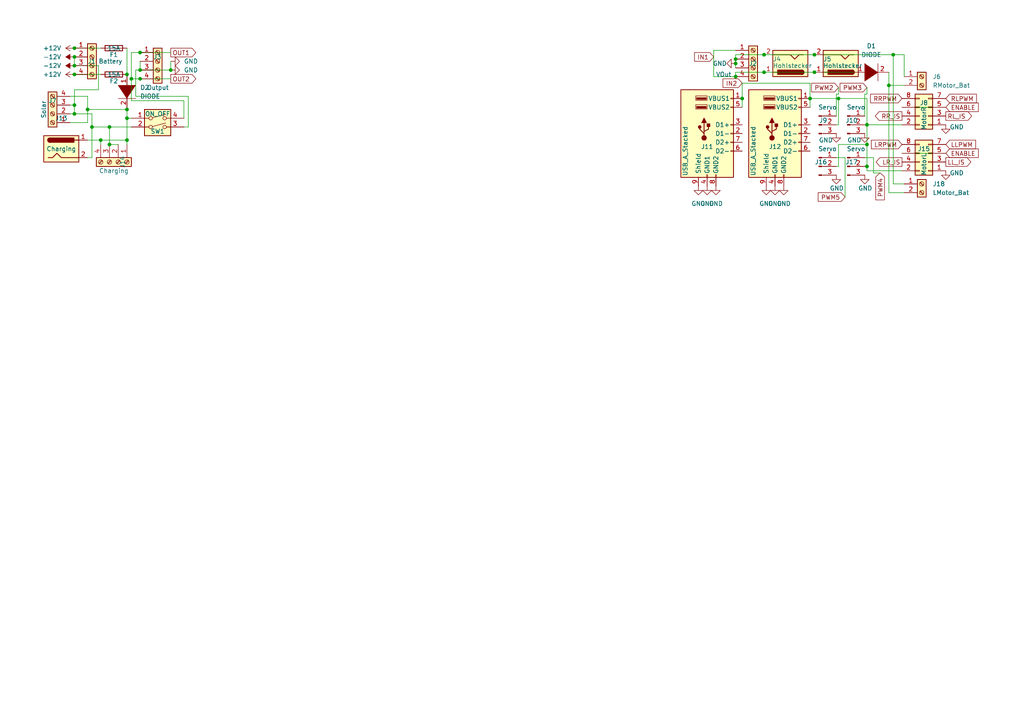
<source format=kicad_sch>
(kicad_sch (version 20211123) (generator eeschema)
  (paper "A4")
  (lib_symbols
    (symbol "Connector:Barrel_Jack" (pin_names (offset 1.016))
      (property "Reference" "J" (at 0 5.334 0))
      (property "Value" "Barrel_Jack" (at 0 -5.08 0))
      (symbol "Barrel_Jack_0_1"
        (rectangle (start -5.08 3.81) (end 5.08 -3.81) (stroke (width 0.254)) (fill (type background)))
        (arc (start -3.302 3.175) (mid -3.937 2.54) (end -3.302 1.905) (stroke (width 0.254)))
        (arc (start -3.302 3.175) (mid -3.937 2.54) (end -3.302 1.905) (stroke (width 0.254)) (fill (type outline)))
        (polyline (pts (xy 5.08 2.54) (xy 3.81 2.54)) (stroke (width 0.254)))
        (polyline (pts (xy -3.81 -2.54) (xy -2.54 -2.54) (xy -1.27 -1.27) (xy 0 -2.54) (xy 2.54 -2.54) (xy 5.08 -2.54)) (stroke (width 0.254)))
        (rectangle (start 3.683 3.175) (end -3.302 1.905) (stroke (width 0.254)) (fill (type outline)))
      )
      (symbol "Barrel_Jack_1_1"
        (pin passive line (at 7.62 2.54 180) (length 2.54) (name "~") (number "1"))
        (pin passive line (at 7.62 -2.54 180) (length 2.54) (name "~") (number "2"))
      )
    )
    (symbol "Connector:Conn_01x03_Male" (pin_names (offset 1.016) hide)
      (property "Reference" "J" (at 0 5.08 0))
      (property "Value" "Conn_01x03_Male" (at 0 -5.08 0))
      (symbol "Conn_01x03_Male_1_1"
        (polyline (pts (xy 1.27 -2.54) (xy 0.8636 -2.54)) (stroke (width 0.1524)))
        (polyline (pts (xy 1.27 0) (xy 0.8636 0)) (stroke (width 0.1524)))
        (polyline (pts (xy 1.27 2.54) (xy 0.8636 2.54)) (stroke (width 0.1524)))
        (rectangle (start 0.8636 -2.413) (end 0 -2.667) (stroke (width 0.1524)) (fill (type outline)))
        (rectangle (start 0.8636 0.127) (end 0 -0.127) (stroke (width 0.1524)) (fill (type outline)))
        (rectangle (start 0.8636 2.667) (end 0 2.413) (stroke (width 0.1524)) (fill (type outline)))
        (pin passive line (at 5.08 2.54 180) (length 3.81) (name "Pin_1") (number "1"))
        (pin passive line (at 5.08 0 180) (length 3.81) (name "Pin_2") (number "2"))
        (pin passive line (at 5.08 -2.54 180) (length 3.81) (name "Pin_3") (number "3"))
      )
    )
    (symbol "Connector:Screw_Terminal_01x02" (pin_names (offset 1.016) hide)
      (property "Reference" "J" (at 0 2.54 0))
      (property "Value" "Screw_Terminal_01x02" (at 0 -5.08 0))
      (symbol "Screw_Terminal_01x02_1_1"
        (rectangle (start -1.27 1.27) (end 1.27 -3.81) (stroke (width 0.254)) (fill (type background)))
        (circle (center 0 -2.54) (radius 0.635) (stroke (width 0.1524)))
        (polyline (pts (xy -0.5334 -2.2098) (xy 0.3302 -3.048)) (stroke (width 0.1524)))
        (polyline (pts (xy -0.5334 0.3302) (xy 0.3302 -0.508)) (stroke (width 0.1524)))
        (polyline (pts (xy -0.3556 -2.032) (xy 0.508 -2.8702)) (stroke (width 0.1524)))
        (polyline (pts (xy -0.3556 0.508) (xy 0.508 -0.3302)) (stroke (width 0.1524)))
        (circle (center 0 0) (radius 0.635) (stroke (width 0.1524)))
        (pin passive line (at -5.08 0 0) (length 3.81) (name "Pin_1") (number "1"))
        (pin passive line (at -5.08 -2.54 0) (length 3.81) (name "Pin_2") (number "2"))
      )
    )
    (symbol "Connector:Screw_Terminal_01x04" (pin_names (offset 1.016) hide)
      (property "Reference" "J" (at 0 5.08 0))
      (property "Value" "Screw_Terminal_01x04" (at 0 -7.62 0))
      (symbol "Screw_Terminal_01x04_1_1"
        (rectangle (start -1.27 3.81) (end 1.27 -6.35) (stroke (width 0.254)) (fill (type background)))
        (circle (center 0 -5.08) (radius 0.635) (stroke (width 0.1524)))
        (circle (center 0 -2.54) (radius 0.635) (stroke (width 0.1524)))
        (polyline (pts (xy -0.5334 -4.7498) (xy 0.3302 -5.588)) (stroke (width 0.1524)))
        (polyline (pts (xy -0.5334 -2.2098) (xy 0.3302 -3.048)) (stroke (width 0.1524)))
        (polyline (pts (xy -0.5334 0.3302) (xy 0.3302 -0.508)) (stroke (width 0.1524)))
        (polyline (pts (xy -0.5334 2.8702) (xy 0.3302 2.032)) (stroke (width 0.1524)))
        (polyline (pts (xy -0.3556 -4.572) (xy 0.508 -5.4102)) (stroke (width 0.1524)))
        (polyline (pts (xy -0.3556 -2.032) (xy 0.508 -2.8702)) (stroke (width 0.1524)))
        (polyline (pts (xy -0.3556 0.508) (xy 0.508 -0.3302)) (stroke (width 0.1524)))
        (polyline (pts (xy -0.3556 3.048) (xy 0.508 2.2098)) (stroke (width 0.1524)))
        (circle (center 0 0) (radius 0.635) (stroke (width 0.1524)))
        (circle (center 0 2.54) (radius 0.635) (stroke (width 0.1524)))
        (pin passive line (at -5.08 2.54 0) (length 3.81) (name "Pin_1") (number "1"))
        (pin passive line (at -5.08 0 0) (length 3.81) (name "Pin_2") (number "2"))
        (pin passive line (at -5.08 -2.54 0) (length 3.81) (name "Pin_3") (number "3"))
        (pin passive line (at -5.08 -5.08 0) (length 3.81) (name "Pin_4") (number "4"))
      )
    )
    (symbol "Connector:USB_A_Stacked" (pin_names (offset 1.016))
      (property "Reference" "J" (at 0 15.875 0))
      (property "Value" "USB_A_Stacked" (at 0 13.97 0))
      (symbol "USB_A_Stacked_0_1"
        (rectangle (start -7.62 12.7) (end 7.62 -12.7) (stroke (width 0.254)) (fill (type background)))
        (circle (center -2.159 1.905) (radius 0.381) (stroke (width 0.254)) (fill (type outline)))
        (circle (center -0.889 -1.27) (radius 0.635) (stroke (width 0.254)) (fill (type outline)))
        (rectangle (start -0.254 7.366) (end -3.048 7.874) (fill (type outline)))
        (rectangle (start -0.254 9.906) (end -3.048 10.414) (fill (type outline)))
        (rectangle (start -0.127 -12.7) (end 0.127 -11.938))
        (polyline (pts (xy -1.524 3.175) (xy -0.254 3.175) (xy -0.889 4.445) (xy -1.524 3.175)) (stroke (width 0.254)) (fill (type outline)))
        (polyline (pts (xy -0.889 -0.635) (xy -0.889 0) (xy -2.159 1.27) (xy -2.159 1.905)) (stroke (width 0.254)))
        (polyline (pts (xy -0.889 0) (xy -0.889 0.635) (xy 0.381 1.27) (xy 0.381 2.54)) (stroke (width 0.254)))
        (rectangle (start 0 2.794) (end 0.762 2.032) (stroke (width 0.254)) (fill (type outline)))
        (rectangle (start 0 7.112) (end -3.302 8.382))
        (rectangle (start 0 9.652) (end -3.302 10.922))
        (rectangle (start 2.413 -12.7) (end 2.667 -11.938))
        (rectangle (start 7.62 -5.207) (end 6.858 -4.953))
        (rectangle (start 7.62 -2.667) (end 6.858 -2.413))
        (rectangle (start 7.62 -0.127) (end 6.858 0.127))
        (rectangle (start 7.62 2.413) (end 6.858 2.667))
        (rectangle (start 7.62 7.493) (end 6.858 7.747))
        (rectangle (start 7.62 10.033) (end 6.858 10.287))
      )
      (symbol "USB_A_Stacked_1_1"
        (polyline (pts (xy -0.889 0.635) (xy -0.889 3.175)) (stroke (width 0.254)))
        (pin power_in line (at 10.16 10.16 180) (length 2.54) (name "VBUS1") (number "1"))
        (pin bidirectional line (at 10.16 0 180) (length 2.54) (name "D1-") (number "2"))
        (pin bidirectional line (at 10.16 2.54 180) (length 2.54) (name "D1+") (number "3"))
        (pin power_in line (at 0 -15.24 90) (length 2.54) (name "GND1") (number "4"))
        (pin power_in line (at 10.16 7.62 180) (length 2.54) (name "VBUS2") (number "5"))
        (pin bidirectional line (at 10.16 -5.08 180) (length 2.54) (name "D2-") (number "6"))
        (pin bidirectional line (at 10.16 -2.54 180) (length 2.54) (name "D2+") (number "7"))
        (pin power_in line (at 2.54 -15.24 90) (length 2.54) (name "GND2") (number "8"))
        (pin passive line (at -2.54 -15.24 90) (length 2.54) (name "Shield") (number "9"))
      )
    )
    (symbol "Connector_Generic:Conn_02x04_Odd_Even" (pin_names (offset 1.016) hide)
      (property "Reference" "J" (at 1.27 5.08 0))
      (property "Value" "Conn_02x04_Odd_Even" (at 1.27 -7.62 0))
      (symbol "Conn_02x04_Odd_Even_1_1"
        (rectangle (start -1.27 -4.953) (end 0 -5.207) (stroke (width 0.1524)))
        (rectangle (start -1.27 -2.413) (end 0 -2.667) (stroke (width 0.1524)))
        (rectangle (start -1.27 0.127) (end 0 -0.127) (stroke (width 0.1524)))
        (rectangle (start -1.27 2.667) (end 0 2.413) (stroke (width 0.1524)))
        (rectangle (start -1.27 3.81) (end 3.81 -6.35) (stroke (width 0.254)) (fill (type background)))
        (rectangle (start 3.81 -4.953) (end 2.54 -5.207) (stroke (width 0.1524)))
        (rectangle (start 3.81 -2.413) (end 2.54 -2.667) (stroke (width 0.1524)))
        (rectangle (start 3.81 0.127) (end 2.54 -0.127) (stroke (width 0.1524)))
        (rectangle (start 3.81 2.667) (end 2.54 2.413) (stroke (width 0.1524)))
        (pin passive line (at -5.08 2.54 0) (length 3.81) (name "Pin_1") (number "1"))
        (pin passive line (at 7.62 2.54 180) (length 3.81) (name "Pin_2") (number "2"))
        (pin passive line (at -5.08 0 0) (length 3.81) (name "Pin_3") (number "3"))
        (pin passive line (at 7.62 0 180) (length 3.81) (name "Pin_4") (number "4"))
        (pin passive line (at -5.08 -2.54 0) (length 3.81) (name "Pin_5") (number "5"))
        (pin passive line (at 7.62 -2.54 180) (length 3.81) (name "Pin_6") (number "6"))
        (pin passive line (at -5.08 -5.08 0) (length 3.81) (name "Pin_7") (number "7"))
        (pin passive line (at 7.62 -5.08 180) (length 3.81) (name "Pin_8") (number "8"))
      )
    )
    (symbol "Device:Fuse" (pin_numbers hide) (pin_names (offset 0))
      (property "Reference" "F" (at 2.032 0 90))
      (property "Value" "Fuse" (at -1.905 0 90))
      (symbol "Fuse_0_1"
        (rectangle (start -0.762 -2.54) (end 0.762 2.54) (stroke (width 0.254)))
        (polyline (pts (xy 0 2.54) (xy 0 -2.54)))
      )
      (symbol "Fuse_1_1"
        (pin passive line (at 0 3.81 270) (length 1.27) (name "~") (number "1"))
        (pin passive line (at 0 -3.81 90) (length 1.27) (name "~") (number "2"))
      )
    )
    (symbol "Switch:SW_DIP_x02" (pin_names (offset 0) hide)
      (property "Reference" "SW" (at 0 6.35 0))
      (property "Value" "SW_DIP_x02" (at 0 -3.81 0))
      (symbol "SW_DIP_x02_0_0"
        (circle (center -2.032 0) (radius 0.508))
        (circle (center -2.032 2.54) (radius 0.508))
        (polyline (pts (xy -1.524 0.127) (xy 2.3622 1.1684)))
        (polyline (pts (xy -1.524 2.667) (xy 2.3622 3.7084)))
        (circle (center 2.032 0) (radius 0.508))
        (circle (center 2.032 2.54) (radius 0.508))
      )
      (symbol "SW_DIP_x02_0_1"
        (rectangle (start -3.81 5.08) (end 3.81 -2.54) (stroke (width 0.254)) (fill (type background)))
      )
      (symbol "SW_DIP_x02_1_1"
        (pin passive line (at -7.62 2.54 0) (length 5.08) (name "~") (number "1"))
        (pin passive line (at -7.62 0 0) (length 5.08) (name "~") (number "2"))
        (pin passive line (at 7.62 0 180) (length 5.08) (name "~") (number "3"))
        (pin passive line (at 7.62 2.54 180) (length 5.08) (name "~") (number "4"))
      )
    )
    (symbol "power:+12V" (power) (pin_names (offset 0))
      (property "Value" "+12V" (at 0 3.556 0))
      (symbol "+12V_0_1"
        (polyline (pts (xy -0.762 1.27) (xy 0 2.54)))
        (polyline (pts (xy 0 0) (xy 0 2.54)))
        (polyline (pts (xy 0 2.54) (xy 0.762 1.27)))
      )
      (symbol "+12V_1_1"
        (pin power_in line (at 0 0 90) (length 0) hide (name "+12V") (number "1"))
      )
    )
    (symbol "power:-12V" (power) (pin_names (offset 0))
      (property "Value" "-12V" (at 0 3.81 0))
      (symbol "-12V_0_0"
        (pin power_in line (at 0 0 90) (length 0) hide (name "-12V") (number "1"))
      )
      (symbol "-12V_0_1"
        (polyline (pts (xy 0 0) (xy 0 1.27) (xy 0.762 1.27) (xy 0 2.54) (xy -0.762 1.27) (xy 0 1.27)) (fill (type outline)))
      )
    )
    (symbol "power:GND" (power) (pin_names (offset 0))
      (property "Value" "GND" (at 0 -3.81 0))
      (symbol "GND_0_1"
        (polyline (pts (xy 0 0) (xy 0 -1.27) (xy 1.27 -1.27) (xy 0 -2.54) (xy -1.27 -1.27) (xy 0 -1.27)))
      )
      (symbol "GND_1_1"
        (pin power_in line (at 0 0 270) (length 0) hide (name "GND") (number "1"))
      )
    )
    (symbol "pspice:DIODE" (pin_names (offset 1.016) hide)
      (property "Reference" "D" (at 0 3.81 0))
      (property "Value" "DIODE" (at 0 -4.445 0))
      (symbol "DIODE_0_1"
        (polyline (pts (xy 1.905 2.54) (xy 1.905 -2.54)))
        (polyline (pts (xy -1.905 2.54) (xy -1.905 -2.54) (xy 1.905 0)) (fill (type outline)))
      )
      (symbol "DIODE_1_1"
        (pin input line (at -5.08 0 0) (length 3.81) (name "K") (number "1"))
        (pin input line (at 5.08 0 180) (length 3.81) (name "A") (number "2"))
      )
    )
  )
  (junction (at 40.64 20.32))
  (junction (at 213.36 22.225))
  (junction (at 236.22 20.955))
  (junction (at 221.615 15.875))
  (junction (at 36.83 34.29))
  (junction (at 236.22 15.875))
  (junction (at 21.59 19.05))
  (junction (at 221.615 20.955))
  (junction (at 257.81 24.765))
  (junction (at 31.75 41.91))
  (junction (at 213.36 17.145))
  (junction (at 251.46 36.195))
  (junction (at 25.4 31.75))
  (junction (at 38.1 22.86))
  (junction (at 213.36 18.415))
  (junction (at 40.64 15.24))
  (junction (at 251.46 48.26))
  (junction (at 21.59 33.02))
  (junction (at 243.205 28.575))
  (junction (at 49.53 20.32))
  (junction (at 40.64 22.86))
  (junction (at 31.75 36.83))
  (junction (at 36.83 40.64))
  (junction (at 215.265 28.575))
  (junction (at 36.83 21.59))
  (junction (at 21.59 21.59))
  (junction (at 259.08 15.875))
  (junction (at 26.67 36.83))
  (junction (at 21.59 16.51))
  (junction (at 21.59 30.48))
  (junction (at 36.83 31.75))
  (junction (at 29.21 40.64))
  (junction (at 234.95 28.575))
  (junction (at 251.46 41.91))
  (junction (at 21.59 13.97))
  (wire (pts (xy 243.205 28.575) (xy 234.95 28.575)))
  (wire (pts (xy 262.255 22.225) (xy 262.255 15.875)))
  (wire (pts (xy 251.46 49.53) (xy 261.62 49.53)))
  (wire (pts (xy 234.95 28.575) (xy 234.95 31.115)))
  (wire (pts (xy 215.265 24.13) (xy 234.95 24.13)))
  (wire (pts (xy 21.59 19.05) (xy 28.575 19.05)))
  (wire (pts (xy 36.83 34.29) (xy 36.83 40.64)))
  (wire (pts (xy 36.83 31.75) (xy 36.83 34.29)))
  (wire (pts (xy 54.61 36.83) (xy 53.34 36.83)))
  (wire (pts (xy 29.21 40.64) (xy 29.21 41.91)))
  (wire (pts (xy 25.4 35.56) (xy 25.4 31.75)))
  (wire (pts (xy 262.255 53.34) (xy 259.08 53.34)))
  (wire (pts (xy 243.205 41.91) (xy 251.46 41.91)))
  (wire (pts (xy 31.75 41.91) (xy 31.75 36.83)))
  (wire (pts (xy 262.255 55.88) (xy 257.81 55.88)))
  (wire (pts (xy 213.36 20.955) (xy 213.36 22.225)))
  (wire (pts (xy 251.46 48.26) (xy 251.46 49.53)))
  (wire (pts (xy 250.825 33.655) (xy 250.825 27.305)))
  (wire (pts (xy 243.205 48.26) (xy 243.205 41.91)))
  (wire (pts (xy 39.37 27.94) (xy 54.61 27.94)))
  (wire (pts (xy 28.575 19.05) (xy 28.575 26.035)))
  (wire (pts (xy 234.95 24.13) (xy 234.95 28.575)))
  (wire (pts (xy 257.81 24.765) (xy 262.255 24.765)))
  (wire (pts (xy 21.59 33.02) (xy 21.59 30.48)))
  (wire (pts (xy 39.37 27.94) (xy 39.37 20.32)))
  (wire (pts (xy 215.265 28.575) (xy 215.265 31.115)))
  (wire (pts (xy 213.36 17.145) (xy 213.36 18.415)))
  (wire (pts (xy 25.4 31.75) (xy 36.83 31.75)))
  (wire (pts (xy 25.4 45.72) (xy 26.67 45.72)))
  (wire (pts (xy 251.46 48.26) (xy 251.46 41.91)))
  (wire (pts (xy 21.59 33.02) (xy 20.32 33.02)))
  (wire (pts (xy 259.08 53.34) (xy 259.08 15.875)))
  (wire (pts (xy 215.265 24.13) (xy 215.265 28.575)))
  (wire (pts (xy 250.825 45.72) (xy 253.365 45.72)))
  (wire (pts (xy 207.01 22.225) (xy 213.36 22.225)))
  (wire (pts (xy 25.4 40.64) (xy 29.21 40.64)))
  (wire (pts (xy 36.83 34.29) (xy 38.1 34.29)))
  (wire (pts (xy 243.205 28.575) (xy 251.46 28.575)))
  (wire (pts (xy 40.64 15.24) (xy 49.53 15.24)))
  (wire (pts (xy 21.59 26.035) (xy 21.59 30.48)))
  (wire (pts (xy 251.46 25.4) (xy 251.46 27.305)))
  (wire (pts (xy 38.1 22.86) (xy 40.64 22.86)))
  (wire (pts (xy 40.64 20.32) (xy 39.37 20.32)))
  (wire (pts (xy 38.1 29.21) (xy 38.1 22.86)))
  (wire (pts (xy 21.59 21.59) (xy 29.21 21.59)))
  (wire (pts (xy 40.64 22.86) (xy 49.53 22.86)))
  (wire (pts (xy 36.83 40.64) (xy 36.83 41.91)))
  (wire (pts (xy 207.01 14.605) (xy 213.36 14.605)))
  (wire (pts (xy 26.67 36.83) (xy 31.75 36.83)))
  (wire (pts (xy 250.825 48.26) (xy 251.46 48.26)))
  (wire (pts (xy 38.1 29.21) (xy 53.34 29.21)))
  (wire (pts (xy 259.08 15.875) (xy 236.22 15.875)))
  (wire (pts (xy 243.205 36.195) (xy 243.205 28.575)))
  (wire (pts (xy 253.365 45.72) (xy 253.365 50.165)))
  (wire (pts (xy 242.57 27.305) (xy 243.205 27.305)))
  (wire (pts (xy 261.62 31.115) (xy 274.32 31.115)))
  (wire (pts (xy 257.81 24.765) (xy 257.81 20.955)))
  (wire (pts (xy 250.825 36.195) (xy 251.46 36.195)))
  (wire (pts (xy 242.57 33.655) (xy 242.57 27.305)))
  (wire (pts (xy 262.255 15.875) (xy 259.08 15.875)))
  (wire (pts (xy 40.64 15.24) (xy 38.1 15.24)))
  (wire (pts (xy 26.67 36.83) (xy 26.67 45.72)))
  (wire (pts (xy 221.615 15.875) (xy 213.36 15.875)))
  (wire (pts (xy 251.46 36.195) (xy 261.62 36.195)))
  (wire (pts (xy 245.11 45.72) (xy 245.11 57.15)))
  (wire (pts (xy 236.22 20.955) (xy 247.65 20.955)))
  (wire (pts (xy 257.81 55.88) (xy 257.81 24.765)))
  (wire (pts (xy 20.32 30.48) (xy 21.59 30.48)))
  (wire (pts (xy 20.32 27.94) (xy 25.4 27.94)))
  (wire (pts (xy 221.615 20.955) (xy 236.22 20.955)))
  (wire (pts (xy 21.59 13.97) (xy 29.21 13.97)))
  (wire (pts (xy 29.21 40.64) (xy 36.83 40.64)))
  (wire (pts (xy 261.62 44.45) (xy 274.32 44.45)))
  (wire (pts (xy 36.83 13.97) (xy 36.83 21.59)))
  (wire (pts (xy 213.36 15.875) (xy 213.36 17.145)))
  (wire (pts (xy 38.1 15.24) (xy 38.1 22.86)))
  (wire (pts (xy 251.46 36.195) (xy 251.46 28.575)))
  (wire (pts (xy 243.205 27.305) (xy 243.205 25.4)))
  (wire (pts (xy 213.36 18.415) (xy 213.36 19.685)))
  (wire (pts (xy 251.46 36.195) (xy 251.46 41.91)))
  (wire (pts (xy 207.01 14.605) (xy 207.01 22.225)))
  (wire (pts (xy 49.53 17.78) (xy 49.53 20.32)))
  (wire (pts (xy 31.75 41.91) (xy 34.29 41.91)))
  (wire (pts (xy 250.825 27.305) (xy 251.46 27.305)))
  (wire (pts (xy 26.67 33.02) (xy 21.59 33.02)))
  (wire (pts (xy 53.34 34.29) (xy 53.34 29.21)))
  (wire (pts (xy 21.59 16.51) (xy 21.59 19.05)))
  (wire (pts (xy 54.61 27.94) (xy 54.61 36.83)))
  (wire (pts (xy 253.365 50.165) (xy 255.27 50.165)))
  (wire (pts (xy 40.64 17.78) (xy 40.64 20.32)))
  (wire (pts (xy 31.75 36.83) (xy 38.1 36.83)))
  (wire (pts (xy 25.4 31.75) (xy 25.4 27.94)))
  (wire (pts (xy 26.67 33.02) (xy 26.67 36.83)))
  (wire (pts (xy 221.615 20.955) (xy 213.36 20.955)))
  (wire (pts (xy 20.32 35.56) (xy 25.4 35.56)))
  (wire (pts (xy 40.64 20.32) (xy 49.53 20.32)))
  (wire (pts (xy 28.575 26.035) (xy 21.59 26.035)))
  (wire (pts (xy 221.615 15.875) (xy 236.22 15.875)))
  (wire (pts (xy 242.57 45.72) (xy 245.11 45.72)))
  (wire (pts (xy 242.57 36.195) (xy 243.205 36.195)))
  (wire (pts (xy 242.57 48.26) (xy 243.205 48.26)))
  (global_label "IN2" (shape input) (at 215.265 24.13 180) (property "Intersheet References" "${INTERSHEET_REFS}" (effects hide)))
  (global_label "LR_IS" (shape output) (at 261.62 46.99 180) (property "Intersheet References" "${INTERSHEET_REFS}" (effects hide)))
  (global_label "RR_IS" (shape output) (at 261.62 33.655 180) (property "Intersheet References" "${INTERSHEET_REFS}" (effects hide)))
  (global_label "OUT2" (shape output) (at 49.53 22.86 0) (property "Intersheet References" "${INTERSHEET_REFS}" (effects hide)))
  (global_label "PWM5" (shape input) (at 245.11 57.15 180) (property "Intersheet References" "${INTERSHEET_REFS}" (effects hide)))
  (global_label "LLPWM" (shape input) (at 274.32 41.91 0) (property "Intersheet References" "${INTERSHEET_REFS}" (effects hide)))
  (global_label "RLPWM" (shape input) (at 274.32 28.575 0) (property "Intersheet References" "${INTERSHEET_REFS}" (effects hide)))
  (global_label "PWM2" (shape input) (at 243.205 25.4 180) (property "Intersheet References" "${INTERSHEET_REFS}" (effects hide)))
  (global_label "LRPWM" (shape input) (at 261.62 41.91 180) (property "Intersheet References" "${INTERSHEET_REFS}" (effects hide)))
  (global_label "IN1" (shape input) (at 207.01 16.51 180) (property "Intersheet References" "${INTERSHEET_REFS}" (effects hide)))
  (global_label "RRPWM" (shape input) (at 261.62 28.575 180) (property "Intersheet References" "${INTERSHEET_REFS}" (effects hide)))
  (global_label "RL_IS" (shape output) (at 274.32 33.655 0) (property "Intersheet References" "${INTERSHEET_REFS}" (effects hide)))
  (global_label "LL_IS" (shape output) (at 274.32 46.99 0) (property "Intersheet References" "${INTERSHEET_REFS}" (effects hide)))
  (global_label "ENABLE" (shape input) (at 274.32 31.115 0) (property "Intersheet References" "${INTERSHEET_REFS}" (effects hide)))
  (global_label "ENABLE" (shape input) (at 274.32 44.45 0) (property "Intersheet References" "${INTERSHEET_REFS}" (effects hide)))
  (global_label "PWM3" (shape input) (at 251.46 25.4 180) (property "Intersheet References" "${INTERSHEET_REFS}" (effects hide)))
  (global_label "OUT1" (shape output) (at 49.53 15.24 0) (property "Intersheet References" "${INTERSHEET_REFS}" (effects hide)))
  (global_label "PWM4" (shape input) (at 255.27 50.165 270) (property "Intersheet References" "${INTERSHEET_REFS}" (effects hide)))
  (symbol (lib_id "power:GND") (at 250.825 50.8 0) (unit 1)
    (property "Reference" "#PWR013" (effects hide))
    (property "Value" "GND" (at 248.92 54.61 0) (effects (justify left)))
  )
  (symbol (lib_id "Connector:Screw_Terminal_01x04") (at 45.72 17.78 0) (unit 1)
    (property "Reference" "J3" (at 44.45 16.51 0) (effects (justify left)))
    (property "Value" "Output" (at 42.545 25.4 0) (effects (justify left)))
    (property "Footprint" "TerminalBlock:TerminalBlock_bornier-4_P5.08mm" (effects hide))
  )
  (symbol (lib_id "Connector:Screw_Terminal_01x02") (at 267.335 22.225 0) (unit 1)
    (property "Reference" "J6" (at 270.51 22.2249 0) (effects (justify left)))
    (property "Value" "RMotor_Bat" (at 270.51 24.7649 0) (effects (justify left)))
    (property "Footprint" "TerminalBlock:TerminalBlock_bornier-2_P5.08mm" (effects hide))
  )
  (symbol (lib_id "Connector:Screw_Terminal_01x04") (at 34.29 46.99 270) (unit 1)
    (property "Reference" "J14" (at 35.56 46.99 0))
    (property "Value" "Charging" (at 33.02 49.53 90))
    (property "Footprint" "TerminalBlock:TerminalBlock_bornier-4_P5.08mm" (effects hide))
  )
  (symbol (lib_id "Connector:Screw_Terminal_01x04") (at 218.44 17.145 0) (unit 1)
    (property "Reference" "J2" (at 217.17 18.415 0) (effects (justify left)))
    (property "Value" "VOut" (at 207.645 21.59 0) (effects (justify left)))
    (property "Footprint" "TerminalBlock:TerminalBlock_bornier-4_P5.08mm" (effects hide))
  )
  (symbol (lib_id "power:GND") (at 224.79 53.975 0) (unit 1)
    (property "Reference" "#PWR018" (effects hide))
    (property "Value" "GND" (at 224.79 59.055 0))
  )
  (symbol (lib_id "Switch:SW_DIP_x02") (at 45.72 36.83 0) (unit 1)
    (property "Reference" "SW1" (at 45.72 38.1 0))
    (property "Value" "ON_OFF" (at 45.72 33.02 0))
    (property "Footprint" "Button_Switch_SMD:SW_DIP_SPSTx01_Slide_6.7x4.1mm_W6.73mm_P2.54mm_LowProfile_JPin" (effects hide))
  )
  (symbol (lib_id "Device:Fuse") (at 33.02 13.97 90) (unit 1)
    (property "Reference" "F1" (at 33.02 15.875 90))
    (property "Value" "15A" (at 33.02 13.97 90))
    (property "Footprint" "Fuse:Fuseholder_Cylinder-6.3x32mm_Schurter_0031-8002_Horizontal_Open" (effects hide))
  )
  (symbol (lib_id "power:GND") (at 49.53 17.78 90) (unit 1)
    (property "Reference" "#PWR03" (effects hide))
    (property "Value" "GND" (at 53.34 17.7799 90) (effects (justify right)))
  )
  (symbol (lib_id "Connector:Screw_Terminal_01x04") (at 15.24 33.02 180) (unit 1)
    (property "Reference" "J7" (at 15.24 29.21 0))
    (property "Value" "Solar" (at 12.7 31.75 90))
    (property "Footprint" "TerminalBlock:TerminalBlock_bornier-4_P5.08mm" (effects hide))
  )
  (symbol (lib_id "power:GND") (at 207.645 53.975 0) (unit 1)
    (property "Reference" "#PWR016" (effects hide))
    (property "Value" "GND" (at 207.645 59.055 0))
  )
  (symbol (lib_id "pspice:DIODE") (at 252.73 20.955 0) (unit 1)
    (property "Reference" "D1" (at 252.73 13.335 0))
    (property "Value" "DIODE" (at 252.73 15.875 0))
    (property "Footprint" "Diode_SMD:D_1812_4532Metric_Pad1.30x3.40mm_HandSolder" (effects hide))
  )
  (symbol (lib_id "Connector:USB_A_Stacked") (at 224.79 38.735 0) (unit 1)
    (property "Reference" "J12" (at 224.79 42.545 0))
    (property "Value" "USB_A_Stacked" (at 218.44 43.815 90))
    (property "Footprint" "Connector_USB:USB_A_Wuerth_61400826021_Horizontal_Stacked" (effects hide))
    (property "Datasheet" " ~" (effects hide))
  )
  (symbol (lib_id "power:GND") (at 274.32 36.195 0) (unit 1)
    (property "Reference" "#PWR08" (effects hide))
    (property "Value" "GND" (at 277.495 36.83 0))
  )
  (symbol (lib_id "power:GND") (at 274.32 49.53 0) (unit 1)
    (property "Reference" "#PWR011" (effects hide))
    (property "Value" "GND" (at 277.495 50.165 0))
  )
  (symbol (lib_id "power:+12V") (at 21.59 21.59 90) (unit 1)
    (property "Reference" "#PWR07" (effects hide))
    (property "Value" "+12V" (at 17.78 21.5899 90) (effects (justify left)))
  )
  (symbol (lib_id "Connector:Barrel_Jack") (at 243.84 18.415 180) (unit 1)
    (property "Reference" "J5" (at 238.76 17.145 0) (effects (justify right)))
    (property "Value" "Hohlstecker" (at 238.76 19.05 0) (effects (justify right)))
    (property "Footprint" "Connector_BarrelJack:BarrelJack_Horizontal" (effects hide))
  )
  (symbol (lib_id "Connector:Screw_Terminal_01x04") (at 26.67 16.51 0) (unit 1)
    (property "Reference" "J1" (at 25.4 17.78 0) (effects (justify left)))
    (property "Value" "Battery" (at 28.575 17.78 0) (effects (justify left)))
    (property "Footprint" "TerminalBlock:TerminalBlock_bornier-4_P5.08mm" (effects hide))
  )
  (symbol (lib_id "Connector:Conn_01x03_Male") (at 237.49 48.26 0) (unit 1)
    (property "Reference" "J16" (at 238.125 46.99 0))
    (property "Value" "Servo" (at 240.03 43.18 0))
    (property "Footprint" "Connector_PinHeader_2.54mm:PinHeader_1x03_P2.54mm_Vertical_SMD_Pin1Right" (effects hide))
  )
  (symbol (lib_id "Connector:Screw_Terminal_01x02") (at 267.335 53.34 0) (unit 1)
    (property "Reference" "J18" (at 270.51 53.3399 0) (effects (justify left)))
    (property "Value" "LMotor_Bat" (at 270.51 55.8799 0) (effects (justify left)))
    (property "Footprint" "TerminalBlock:TerminalBlock_bornier-2_P5.08mm" (effects hide))
  )
  (symbol (lib_id "Connector_Generic:Conn_02x04_Odd_Even") (at 269.24 33.655 180) (unit 1)
    (property "Reference" "J8" (at 267.97 29.845 0))
    (property "Value" "MotorR" (at 267.97 34.29 90))
    (property "Footprint" "Connector_PinSocket_2.54mm:PinSocket_2x04_P2.54mm_Vertical_SMD" (effects hide))
  )
  (symbol (lib_id "power:GND") (at 49.53 20.32 90) (unit 1)
    (property "Reference" "#PWR06" (effects hide))
    (property "Value" "GND" (at 53.34 20.3199 90) (effects (justify right)))
  )
  (symbol (lib_id "power:GND") (at 213.36 18.415 270) (unit 1)
    (property "Reference" "#PWR04" (effects hide))
    (property "Value" "GND" (at 210.82 18.415 90) (effects (justify right)))
  )
  (symbol (lib_id "Connector:Conn_01x03_Male") (at 237.49 36.195 0) (unit 1)
    (property "Reference" "J9" (at 238.76 34.925 0))
    (property "Value" "Servo" (at 240.03 31.115 0))
    (property "Footprint" "Connector_PinHeader_2.54mm:PinHeader_1x03_P2.54mm_Vertical_SMD_Pin1Right" (effects hide))
  )
  (symbol (lib_id "power:+12V") (at 21.59 13.97 90) (unit 1)
    (property "Reference" "#PWR01" (effects hide))
    (property "Value" "+12V" (at 17.78 13.9699 90) (effects (justify left)))
  )
  (symbol (lib_id "Connector:Barrel_Jack") (at 229.235 18.415 180) (unit 1)
    (property "Reference" "J4" (at 224.155 17.145 0) (effects (justify right)))
    (property "Value" "Hohlstecker" (at 224.155 19.05 0) (effects (justify right)))
    (property "Footprint" "Connector_BarrelJack:BarrelJack_Horizontal" (effects hide))
  )
  (symbol (lib_id "Connector:USB_A_Stacked") (at 205.105 38.735 0) (unit 1)
    (property "Reference" "J11" (at 205.105 42.545 0))
    (property "Value" "USB_A_Stacked" (at 198.755 43.815 90))
    (property "Footprint" "Connector_USB:USB_A_Wuerth_61400826021_Horizontal_Stacked" (effects hide))
    (property "Datasheet" " ~" (effects hide))
  )
  (symbol (lib_id "Device:Fuse") (at 33.02 21.59 90) (unit 1)
    (property "Reference" "F2" (at 33.02 23.495 90))
    (property "Value" "15A" (at 33.02 21.59 90))
    (property "Footprint" "Fuse:Fuseholder_Cylinder-6.3x32mm_Schurter_0031-8002_Horizontal_Open" (effects hide))
  )
  (symbol (lib_id "pspice:DIODE") (at 36.83 26.67 270) (unit 1)
    (property "Reference" "D2" (at 40.64 25.3999 90) (effects (justify left)))
    (property "Value" "DIODE" (at 40.64 27.9399 90) (effects (justify left)))
    (property "Footprint" "Diode_SMD:D_1812_4532Metric_Pad1.30x3.40mm_HandSolder" (effects hide))
  )
  (symbol (lib_id "power:-12V") (at 21.59 16.51 90) (unit 1)
    (property "Reference" "#PWR02" (effects hide))
    (property "Value" "-12V" (at 17.78 16.5099 90) (effects (justify left)))
  )
  (symbol (lib_id "power:GND") (at 202.565 53.975 0) (unit 1)
    (property "Reference" "#PWR014" (effects hide))
    (property "Value" "GND" (at 202.565 59.055 0))
  )
  (symbol (lib_id "power:GND") (at 227.33 53.975 0) (unit 1)
    (property "Reference" "#PWR019" (effects hide))
    (property "Value" "GND" (at 227.33 59.055 0))
  )
  (symbol (lib_id "power:GND") (at 222.25 53.975 0) (unit 1)
    (property "Reference" "#PWR017" (effects hide))
    (property "Value" "GND" (at 222.25 59.055 0))
  )
  (symbol (lib_id "power:GND") (at 242.57 38.735 0) (unit 1)
    (property "Reference" "#PWR09" (effects hide))
    (property "Value" "GND" (at 237.49 40.64 0) (effects (justify left)))
  )
  (symbol (lib_id "Connector:Conn_01x03_Male") (at 245.745 36.195 0) (unit 1)
    (property "Reference" "J10" (at 247.015 34.925 0))
    (property "Value" "Servo" (at 248.285 31.115 0))
    (property "Footprint" "Connector_PinHeader_2.54mm:PinHeader_1x03_P2.54mm_Vertical_SMD_Pin1Right" (effects hide))
  )
  (symbol (lib_id "Connector_Generic:Conn_02x04_Odd_Even") (at 269.24 46.99 180) (unit 1)
    (property "Reference" "J15" (at 267.97 43.18 0))
    (property "Value" "MotorL" (at 267.97 47.625 90))
    (property "Footprint" "Connector_PinSocket_2.54mm:PinSocket_2x04_P2.54mm_Vertical_SMD" (effects hide))
  )
  (symbol (lib_id "power:GND") (at 242.57 50.8 0) (unit 1)
    (property "Reference" "#PWR012" (effects hide))
    (property "Value" "GND" (at 240.665 54.61 0) (effects (justify left)))
  )
  (symbol (lib_id "Connector:Conn_01x03_Male") (at 245.745 48.26 0) (unit 1)
    (property "Reference" "J17" (at 247.015 46.99 0))
    (property "Value" "Servo" (at 248.285 43.18 0))
    (property "Footprint" "Connector_PinHeader_2.54mm:PinHeader_1x03_P2.54mm_Vertical_SMD_Pin1Right" (effects hide))
  )
  (symbol (lib_id "power:GND") (at 205.105 53.975 0) (unit 1)
    (property "Reference" "#PWR015" (effects hide))
    (property "Value" "GND" (at 205.105 59.055 0))
  )
  (symbol (lib_id "power:-12V") (at 21.59 19.05 90) (unit 1)
    (property "Reference" "#PWR05" (effects hide))
    (property "Value" "-12V" (at 17.78 19.0499 90) (effects (justify left)))
  )
  (symbol (lib_id "power:GND") (at 250.825 38.735 0) (unit 1)
    (property "Reference" "#PWR010" (effects hide))
    (property "Value" "GND" (at 245.745 40.64 0) (effects (justify left)))
  )
  (symbol (lib_id "Connector:Barrel_Jack") (at 17.78 43.18 0) (unit 1)
    (property "Reference" "J13" (at 17.78 34.29 0))
    (property "Value" "Charging" (at 17.78 43.18 0))
    (property "Footprint" "Connector_BarrelJack:BarrelJack_Horizontal" (effects hide))
  )
)
</source>
